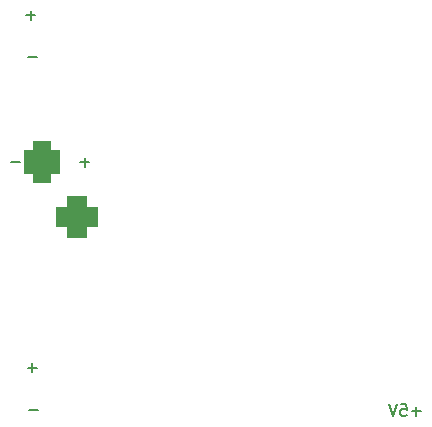
<source format=gbo>
%TF.GenerationSoftware,KiCad,Pcbnew,(6.0.9-0)*%
%TF.CreationDate,2023-01-06T11:38:35+01:00*%
%TF.ProjectId,HumidityLoggerBreakout,48756d69-6469-4747-994c-6f6767657242,rev?*%
%TF.SameCoordinates,Original*%
%TF.FileFunction,Legend,Bot*%
%TF.FilePolarity,Positive*%
%FSLAX46Y46*%
G04 Gerber Fmt 4.6, Leading zero omitted, Abs format (unit mm)*
G04 Created by KiCad (PCBNEW (6.0.9-0)) date 2023-01-06 11:38:35*
%MOMM*%
%LPD*%
G01*
G04 APERTURE LIST*
G04 Aperture macros list*
%AMRoundRect*
0 Rectangle with rounded corners*
0 $1 Rounding radius*
0 $2 $3 $4 $5 $6 $7 $8 $9 X,Y pos of 4 corners*
0 Add a 4 corners polygon primitive as box body*
4,1,4,$2,$3,$4,$5,$6,$7,$8,$9,$2,$3,0*
0 Add four circle primitives for the rounded corners*
1,1,$1+$1,$2,$3*
1,1,$1+$1,$4,$5*
1,1,$1+$1,$6,$7*
1,1,$1+$1,$8,$9*
0 Add four rect primitives between the rounded corners*
20,1,$1+$1,$2,$3,$4,$5,0*
20,1,$1+$1,$4,$5,$6,$7,0*
20,1,$1+$1,$6,$7,$8,$9,0*
20,1,$1+$1,$8,$9,$2,$3,0*%
G04 Aperture macros list end*
%ADD10C,0.150000*%
%ADD11R,2.400000X2.400000*%
%ADD12C,2.400000*%
%ADD13R,1.700000X1.700000*%
%ADD14O,1.700000X1.700000*%
%ADD15R,3.500000X3.500000*%
%ADD16RoundRect,0.750000X-0.750000X-1.000000X0.750000X-1.000000X0.750000X1.000000X-0.750000X1.000000X0*%
%ADD17RoundRect,0.875000X-0.875000X-0.875000X0.875000X-0.875000X0.875000X0.875000X-0.875000X0.875000X0*%
G04 APERTURE END LIST*
D10*
X101346047Y-69032428D02*
X102107952Y-69032428D01*
X101727000Y-69413380D02*
X101727000Y-68651476D01*
X96901047Y-60142428D02*
X97662952Y-60142428D01*
X97028047Y-89987428D02*
X97789952Y-89987428D01*
X96774047Y-56586428D02*
X97535952Y-56586428D01*
X97155000Y-56967380D02*
X97155000Y-56205476D01*
X96901047Y-86431428D02*
X97662952Y-86431428D01*
X97282000Y-86812380D02*
X97282000Y-86050476D01*
X95504047Y-69032428D02*
X96265952Y-69032428D01*
X130190714Y-90114428D02*
X129428809Y-90114428D01*
X129809761Y-90495380D02*
X129809761Y-89733476D01*
X128476428Y-89495380D02*
X128952619Y-89495380D01*
X129000238Y-89971571D01*
X128952619Y-89923952D01*
X128857380Y-89876333D01*
X128619285Y-89876333D01*
X128524047Y-89923952D01*
X128476428Y-89971571D01*
X128428809Y-90066809D01*
X128428809Y-90304904D01*
X128476428Y-90400142D01*
X128524047Y-90447761D01*
X128619285Y-90495380D01*
X128857380Y-90495380D01*
X128952619Y-90447761D01*
X129000238Y-90400142D01*
X128143095Y-89495380D02*
X127809761Y-90495380D01*
X127476428Y-89495380D01*
%LPC*%
D11*
%TO.C,J2*%
X95377000Y-56642000D03*
D12*
X95377000Y-60142000D03*
%TD*%
D13*
%TO.C,J3*%
X156845000Y-67691000D03*
D14*
X156845000Y-70231000D03*
X156845000Y-72771000D03*
X156845000Y-75311000D03*
X156845000Y-77851000D03*
X156845000Y-80391000D03*
%TD*%
D13*
%TO.C,J6*%
X141150000Y-100000000D03*
D14*
X138610000Y-100000000D03*
X136070000Y-100000000D03*
X133530000Y-100000000D03*
X130990000Y-100000000D03*
X128450000Y-100000000D03*
X125910000Y-100000000D03*
X123370000Y-100000000D03*
X120830000Y-100000000D03*
X118290000Y-100000000D03*
X115750000Y-100000000D03*
%TD*%
D13*
%TO.C,J9*%
X156845000Y-86233000D03*
D14*
X156845000Y-88773000D03*
X156845000Y-91313000D03*
X156845000Y-93853000D03*
%TD*%
D13*
%TO.C,J7*%
X141150000Y-52000000D03*
D14*
X138610000Y-52000000D03*
X136070000Y-52000000D03*
X133530000Y-52000000D03*
X130990000Y-52000000D03*
X128450000Y-52000000D03*
X125910000Y-52000000D03*
X123370000Y-52000000D03*
X120830000Y-52000000D03*
X118290000Y-52000000D03*
X115750000Y-52000000D03*
%TD*%
D13*
%TO.C,J4*%
X156845000Y-53721000D03*
D14*
X156845000Y-56261000D03*
X156845000Y-58801000D03*
X156845000Y-61341000D03*
%TD*%
D13*
%TO.C,J5*%
X131318000Y-89911000D03*
D14*
X131318000Y-92451000D03*
%TD*%
D15*
%TO.C,J1*%
X104100000Y-68960000D03*
D16*
X98100000Y-68960000D03*
D17*
X101100000Y-73660000D03*
%TD*%
D13*
%TO.C,J8*%
X153600000Y-100000000D03*
D14*
X151060000Y-100000000D03*
X148520000Y-100000000D03*
X145980000Y-100000000D03*
%TD*%
D11*
%TO.C,J10*%
X95061000Y-86388000D03*
D12*
X95061000Y-89888000D03*
%TD*%
M02*

</source>
